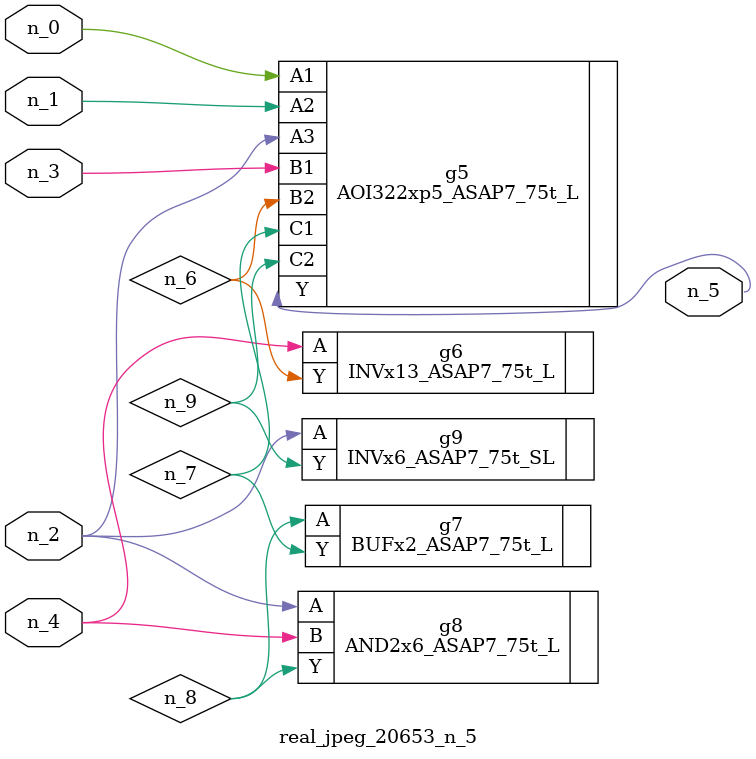
<source format=v>
module real_jpeg_20653_n_5 (n_4, n_0, n_1, n_2, n_3, n_5);

input n_4;
input n_0;
input n_1;
input n_2;
input n_3;

output n_5;

wire n_8;
wire n_6;
wire n_7;
wire n_9;

AOI322xp5_ASAP7_75t_L g5 ( 
.A1(n_0),
.A2(n_1),
.A3(n_2),
.B1(n_3),
.B2(n_6),
.C1(n_7),
.C2(n_9),
.Y(n_5)
);

AND2x6_ASAP7_75t_L g8 ( 
.A(n_2),
.B(n_4),
.Y(n_8)
);

INVx6_ASAP7_75t_SL g9 ( 
.A(n_2),
.Y(n_9)
);

INVx13_ASAP7_75t_L g6 ( 
.A(n_4),
.Y(n_6)
);

BUFx2_ASAP7_75t_L g7 ( 
.A(n_8),
.Y(n_7)
);


endmodule
</source>
